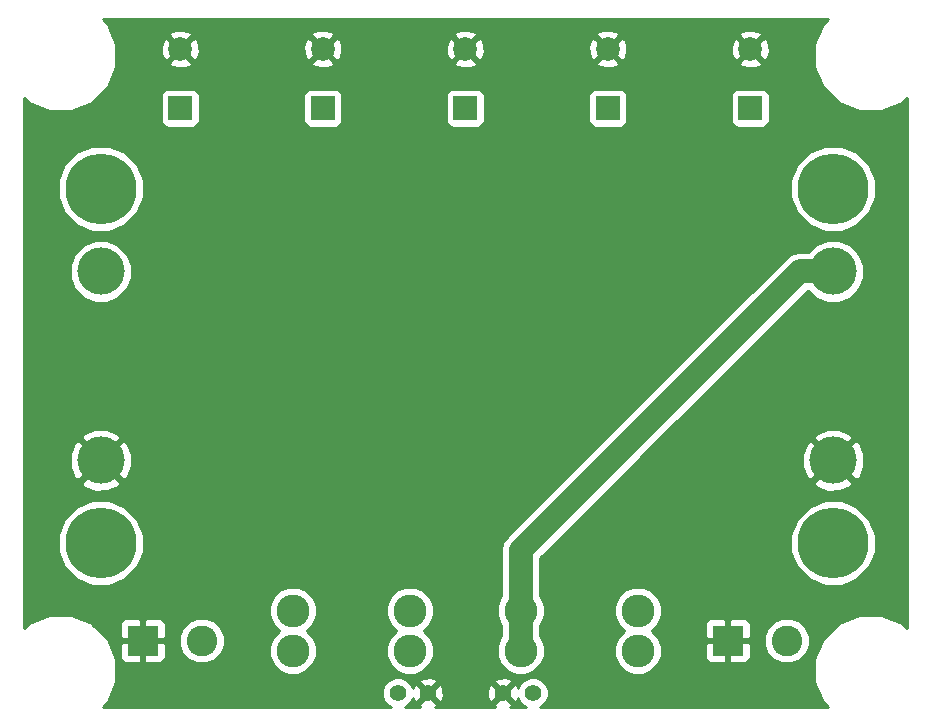
<source format=gbl>
G04 #@! TF.GenerationSoftware,KiCad,Pcbnew,5.0.2+dfsg1-1*
G04 #@! TF.CreationDate,2021-08-07T23:33:46+09:00*
G04 #@! TF.ProjectId,juice-plus,6a756963-652d-4706-9c75-732e6b696361,rev?*
G04 #@! TF.SameCoordinates,Original*
G04 #@! TF.FileFunction,Copper,L2,Bot*
G04 #@! TF.FilePolarity,Positive*
%FSLAX46Y46*%
G04 Gerber Fmt 4.6, Leading zero omitted, Abs format (unit mm)*
G04 Created by KiCad (PCBNEW 5.0.2+dfsg1-1) date Sat 07 Aug 2021 11:33:46 PM JST*
%MOMM*%
%LPD*%
G01*
G04 APERTURE LIST*
G04 #@! TA.AperFunction,ComponentPad*
%ADD10C,2.780000*%
G04 #@! TD*
G04 #@! TA.AperFunction,ComponentPad*
%ADD11C,1.400000*%
G04 #@! TD*
G04 #@! TA.AperFunction,ComponentPad*
%ADD12R,2.600000X2.600000*%
G04 #@! TD*
G04 #@! TA.AperFunction,ComponentPad*
%ADD13C,2.600000*%
G04 #@! TD*
G04 #@! TA.AperFunction,ComponentPad*
%ADD14R,2.000000X2.000000*%
G04 #@! TD*
G04 #@! TA.AperFunction,ComponentPad*
%ADD15C,2.000000*%
G04 #@! TD*
G04 #@! TA.AperFunction,ComponentPad*
%ADD16C,6.000000*%
G04 #@! TD*
G04 #@! TA.AperFunction,ComponentPad*
%ADD17C,4.000000*%
G04 #@! TD*
G04 #@! TA.AperFunction,ViaPad*
%ADD18C,0.800000*%
G04 #@! TD*
G04 #@! TA.AperFunction,Conductor*
%ADD19C,2.000000*%
G04 #@! TD*
G04 #@! TA.AperFunction,Conductor*
%ADD20C,0.254000*%
G04 #@! TD*
G04 APERTURE END LIST*
D10*
G04 #@! TO.P,F1,1*
G04 #@! TO.N,+24V*
X81040000Y-147545000D03*
X81040000Y-144145000D03*
G04 #@! TO.P,F1,2*
G04 #@! TO.N,Net-(F1-Pad2)*
X71120000Y-147545000D03*
X71120000Y-144145000D03*
G04 #@! TD*
G04 #@! TO.P,F2,2*
G04 #@! TO.N,Net-(F2-Pad2)*
X90410000Y-144145000D03*
X90410000Y-147545000D03*
G04 #@! TO.P,F2,1*
G04 #@! TO.N,Net-(C10-Pad1)*
X100330000Y-144145000D03*
X100330000Y-147545000D03*
G04 #@! TD*
D11*
G04 #@! TO.P,TP1,1*
G04 #@! TO.N,GND*
X82550000Y-151130000D03*
G04 #@! TO.P,TP1,2*
G04 #@! TO.N,+24V*
X80010000Y-151130000D03*
G04 #@! TD*
G04 #@! TO.P,TP2,2*
G04 #@! TO.N,Net-(C10-Pad1)*
X91440000Y-151130000D03*
G04 #@! TO.P,TP2,1*
G04 #@! TO.N,GND*
X88900000Y-151130000D03*
G04 #@! TD*
D12*
G04 #@! TO.P,J1,1*
G04 #@! TO.N,GND*
X58420000Y-146685000D03*
D13*
G04 #@! TO.P,J1,2*
G04 #@! TO.N,Net-(F1-Pad2)*
X63420000Y-146685000D03*
G04 #@! TD*
D14*
G04 #@! TO.P,C1,1*
G04 #@! TO.N,+24V*
X61595000Y-101600000D03*
D15*
G04 #@! TO.P,C1,2*
G04 #@! TO.N,GND*
X61595000Y-96600000D03*
G04 #@! TD*
D12*
G04 #@! TO.P,J2,1*
G04 #@! TO.N,GND*
X107950000Y-146685000D03*
D13*
G04 #@! TO.P,J2,2*
G04 #@! TO.N,Net-(C10-Pad1)*
X112950000Y-146685000D03*
G04 #@! TD*
D16*
G04 #@! TO.P,U1,*
G04 #@! TO.N,*
X54864000Y-138430000D03*
X54864000Y-108430000D03*
X116864000Y-138430000D03*
X116864000Y-108430000D03*
D17*
G04 #@! TO.P,U1,1*
G04 #@! TO.N,GND*
X54864000Y-131430000D03*
G04 #@! TO.P,U1,2*
G04 #@! TO.N,+24V*
X54864000Y-115430000D03*
G04 #@! TO.P,U1,3*
G04 #@! TO.N,GND*
X116864000Y-131430000D03*
G04 #@! TO.P,U1,4*
G04 #@! TO.N,Net-(F2-Pad2)*
X116864000Y-115430000D03*
G04 #@! TD*
D15*
G04 #@! TO.P,C5,2*
G04 #@! TO.N,GND*
X97790000Y-96600000D03*
D14*
G04 #@! TO.P,C5,1*
G04 #@! TO.N,Net-(C10-Pad1)*
X97790000Y-101600000D03*
G04 #@! TD*
G04 #@! TO.P,C6,1*
G04 #@! TO.N,Net-(C10-Pad1)*
X85725000Y-101600000D03*
D15*
G04 #@! TO.P,C6,2*
G04 #@! TO.N,GND*
X85725000Y-96600000D03*
G04 #@! TD*
G04 #@! TO.P,C2,2*
G04 #@! TO.N,GND*
X73660000Y-96600000D03*
D14*
G04 #@! TO.P,C2,1*
G04 #@! TO.N,+24V*
X73660000Y-101600000D03*
G04 #@! TD*
G04 #@! TO.P,C7,1*
G04 #@! TO.N,Net-(C10-Pad1)*
X109855000Y-101600000D03*
D15*
G04 #@! TO.P,C7,2*
G04 #@! TO.N,GND*
X109855000Y-96600000D03*
G04 #@! TD*
D18*
G04 #@! TO.N,GND*
X53975000Y-125730000D03*
X53975000Y-121285000D03*
X98425000Y-134620000D03*
X102870000Y-134620000D03*
X107315000Y-134620000D03*
X48895000Y-143510000D03*
X48895000Y-138430000D03*
X48895000Y-133350000D03*
X48895000Y-128270000D03*
X48895000Y-123190000D03*
X48895000Y-118110000D03*
X48895000Y-113030000D03*
X48895000Y-107950000D03*
X48895000Y-102870000D03*
X122555000Y-102870000D03*
X122555000Y-107950000D03*
X122555000Y-113030000D03*
X122555000Y-118110000D03*
X122555000Y-123190000D03*
X122555000Y-128270000D03*
X122555000Y-133350000D03*
X122555000Y-138430000D03*
X122555000Y-143510000D03*
G04 #@! TD*
D19*
G04 #@! TO.N,Net-(F2-Pad2)*
X114035573Y-115430000D02*
X90410000Y-139055573D01*
X90410000Y-141954244D02*
X90410000Y-143920000D01*
X90410000Y-139055573D02*
X90410000Y-141954244D01*
X116864000Y-115430000D02*
X114035573Y-115430000D01*
X90410000Y-143920000D02*
X90410000Y-147320000D01*
G04 #@! TD*
D20*
G04 #@! TO.N,GND*
G36*
X116007643Y-94477370D02*
X115288000Y-96214741D01*
X115288000Y-98095259D01*
X116007643Y-99832630D01*
X117337370Y-101162357D01*
X119074741Y-101882000D01*
X120955259Y-101882000D01*
X122692630Y-101162357D01*
X123115000Y-100739987D01*
X123115001Y-145640014D01*
X122692630Y-145217643D01*
X120955259Y-144498000D01*
X119074741Y-144498000D01*
X117337370Y-145217643D01*
X116007643Y-146547370D01*
X115288000Y-148284741D01*
X115288000Y-150165259D01*
X116007643Y-151902630D01*
X116430013Y-152325000D01*
X92043537Y-152325000D01*
X92196217Y-152261758D01*
X92571758Y-151886217D01*
X92775000Y-151395548D01*
X92775000Y-150864452D01*
X92571758Y-150373783D01*
X92196217Y-149998242D01*
X91705548Y-149795000D01*
X91174452Y-149795000D01*
X90683783Y-149998242D01*
X90308242Y-150373783D01*
X90176721Y-150691302D01*
X90071042Y-150436169D01*
X89835275Y-150374331D01*
X89079605Y-151130000D01*
X89835275Y-151885669D01*
X90071042Y-151823831D01*
X90168153Y-151548013D01*
X90308242Y-151886217D01*
X90683783Y-152261758D01*
X90836463Y-152325000D01*
X89535991Y-152325000D01*
X89593831Y-152301042D01*
X89655669Y-152065275D01*
X88900000Y-151309605D01*
X88144331Y-152065275D01*
X88206169Y-152301042D01*
X88274215Y-152325000D01*
X83185991Y-152325000D01*
X83243831Y-152301042D01*
X83305669Y-152065275D01*
X82550000Y-151309605D01*
X81794331Y-152065275D01*
X81856169Y-152301042D01*
X81924215Y-152325000D01*
X80613537Y-152325000D01*
X80766217Y-152261758D01*
X81141758Y-151886217D01*
X81273279Y-151568698D01*
X81378958Y-151823831D01*
X81614725Y-151885669D01*
X82370395Y-151130000D01*
X82729605Y-151130000D01*
X83485275Y-151885669D01*
X83721042Y-151823831D01*
X83897419Y-151322878D01*
X83876503Y-150937122D01*
X87552581Y-150937122D01*
X87581336Y-151467440D01*
X87728958Y-151823831D01*
X87964725Y-151885669D01*
X88720395Y-151130000D01*
X87964725Y-150374331D01*
X87728958Y-150436169D01*
X87552581Y-150937122D01*
X83876503Y-150937122D01*
X83868664Y-150792560D01*
X83721042Y-150436169D01*
X83485275Y-150374331D01*
X82729605Y-151130000D01*
X82370395Y-151130000D01*
X81614725Y-150374331D01*
X81378958Y-150436169D01*
X81281847Y-150711987D01*
X81141758Y-150373783D01*
X80962700Y-150194725D01*
X81794331Y-150194725D01*
X82550000Y-150950395D01*
X83305669Y-150194725D01*
X88144331Y-150194725D01*
X88900000Y-150950395D01*
X89655669Y-150194725D01*
X89593831Y-149958958D01*
X89092878Y-149782581D01*
X88562560Y-149811336D01*
X88206169Y-149958958D01*
X88144331Y-150194725D01*
X83305669Y-150194725D01*
X83243831Y-149958958D01*
X82742878Y-149782581D01*
X82212560Y-149811336D01*
X81856169Y-149958958D01*
X81794331Y-150194725D01*
X80962700Y-150194725D01*
X80766217Y-149998242D01*
X80275548Y-149795000D01*
X79744452Y-149795000D01*
X79253783Y-149998242D01*
X78878242Y-150373783D01*
X78675000Y-150864452D01*
X78675000Y-151395548D01*
X78878242Y-151886217D01*
X79253783Y-152261758D01*
X79406463Y-152325000D01*
X55019987Y-152325000D01*
X55442357Y-151902630D01*
X56162000Y-150165259D01*
X56162000Y-148284741D01*
X55617727Y-146970750D01*
X56485000Y-146970750D01*
X56485000Y-148111310D01*
X56581673Y-148344699D01*
X56760302Y-148523327D01*
X56993691Y-148620000D01*
X58134250Y-148620000D01*
X58293000Y-148461250D01*
X58293000Y-146812000D01*
X58547000Y-146812000D01*
X58547000Y-148461250D01*
X58705750Y-148620000D01*
X59846309Y-148620000D01*
X60079698Y-148523327D01*
X60258327Y-148344699D01*
X60355000Y-148111310D01*
X60355000Y-146970750D01*
X60196250Y-146812000D01*
X58547000Y-146812000D01*
X58293000Y-146812000D01*
X56643750Y-146812000D01*
X56485000Y-146970750D01*
X55617727Y-146970750D01*
X55442357Y-146547370D01*
X54153677Y-145258690D01*
X56485000Y-145258690D01*
X56485000Y-146399250D01*
X56643750Y-146558000D01*
X58293000Y-146558000D01*
X58293000Y-144908750D01*
X58547000Y-144908750D01*
X58547000Y-146558000D01*
X60196250Y-146558000D01*
X60355000Y-146399250D01*
X60355000Y-146300105D01*
X61485000Y-146300105D01*
X61485000Y-147069895D01*
X61779586Y-147781090D01*
X62323910Y-148325414D01*
X63035105Y-148620000D01*
X63804895Y-148620000D01*
X64516090Y-148325414D01*
X65060414Y-147781090D01*
X65355000Y-147069895D01*
X65355000Y-146300105D01*
X65060414Y-145588910D01*
X64516090Y-145044586D01*
X63804895Y-144750000D01*
X63035105Y-144750000D01*
X62323910Y-145044586D01*
X61779586Y-145588910D01*
X61485000Y-146300105D01*
X60355000Y-146300105D01*
X60355000Y-145258690D01*
X60258327Y-145025301D01*
X60079698Y-144846673D01*
X59846309Y-144750000D01*
X58705750Y-144750000D01*
X58547000Y-144908750D01*
X58293000Y-144908750D01*
X58134250Y-144750000D01*
X56993691Y-144750000D01*
X56760302Y-144846673D01*
X56581673Y-145025301D01*
X56485000Y-145258690D01*
X54153677Y-145258690D01*
X54112630Y-145217643D01*
X52375259Y-144498000D01*
X50494741Y-144498000D01*
X48757370Y-145217643D01*
X48335000Y-145640013D01*
X48335000Y-143742202D01*
X69095000Y-143742202D01*
X69095000Y-144547798D01*
X69403288Y-145292070D01*
X69956218Y-145845000D01*
X69403288Y-146397930D01*
X69095000Y-147142202D01*
X69095000Y-147947798D01*
X69403288Y-148692070D01*
X69972930Y-149261712D01*
X70717202Y-149570000D01*
X71522798Y-149570000D01*
X72267070Y-149261712D01*
X72836712Y-148692070D01*
X73145000Y-147947798D01*
X73145000Y-147142202D01*
X72836712Y-146397930D01*
X72283782Y-145845000D01*
X72836712Y-145292070D01*
X73145000Y-144547798D01*
X73145000Y-143742202D01*
X79015000Y-143742202D01*
X79015000Y-144547798D01*
X79323288Y-145292070D01*
X79876218Y-145845000D01*
X79323288Y-146397930D01*
X79015000Y-147142202D01*
X79015000Y-147947798D01*
X79323288Y-148692070D01*
X79892930Y-149261712D01*
X80637202Y-149570000D01*
X81442798Y-149570000D01*
X82187070Y-149261712D01*
X82756712Y-148692070D01*
X83065000Y-147947798D01*
X83065000Y-147142202D01*
X82756712Y-146397930D01*
X82203782Y-145845000D01*
X82756712Y-145292070D01*
X83065000Y-144547798D01*
X83065000Y-143742202D01*
X88385000Y-143742202D01*
X88385000Y-144547798D01*
X88693288Y-145292070D01*
X88775000Y-145373782D01*
X88775001Y-146316217D01*
X88693288Y-146397930D01*
X88385000Y-147142202D01*
X88385000Y-147947798D01*
X88693288Y-148692070D01*
X89262930Y-149261712D01*
X90007202Y-149570000D01*
X90812798Y-149570000D01*
X91557070Y-149261712D01*
X92126712Y-148692070D01*
X92435000Y-147947798D01*
X92435000Y-147142202D01*
X92126712Y-146397930D01*
X92045000Y-146316218D01*
X92045000Y-145373782D01*
X92126712Y-145292070D01*
X92435000Y-144547798D01*
X92435000Y-143742202D01*
X98305000Y-143742202D01*
X98305000Y-144547798D01*
X98613288Y-145292070D01*
X99166218Y-145845000D01*
X98613288Y-146397930D01*
X98305000Y-147142202D01*
X98305000Y-147947798D01*
X98613288Y-148692070D01*
X99182930Y-149261712D01*
X99927202Y-149570000D01*
X100732798Y-149570000D01*
X101477070Y-149261712D01*
X102046712Y-148692070D01*
X102355000Y-147947798D01*
X102355000Y-147142202D01*
X102283983Y-146970750D01*
X106015000Y-146970750D01*
X106015000Y-148111310D01*
X106111673Y-148344699D01*
X106290302Y-148523327D01*
X106523691Y-148620000D01*
X107664250Y-148620000D01*
X107823000Y-148461250D01*
X107823000Y-146812000D01*
X108077000Y-146812000D01*
X108077000Y-148461250D01*
X108235750Y-148620000D01*
X109376309Y-148620000D01*
X109609698Y-148523327D01*
X109788327Y-148344699D01*
X109885000Y-148111310D01*
X109885000Y-146970750D01*
X109726250Y-146812000D01*
X108077000Y-146812000D01*
X107823000Y-146812000D01*
X106173750Y-146812000D01*
X106015000Y-146970750D01*
X102283983Y-146970750D01*
X102046712Y-146397930D01*
X101493782Y-145845000D01*
X102046712Y-145292070D01*
X102060538Y-145258690D01*
X106015000Y-145258690D01*
X106015000Y-146399250D01*
X106173750Y-146558000D01*
X107823000Y-146558000D01*
X107823000Y-144908750D01*
X108077000Y-144908750D01*
X108077000Y-146558000D01*
X109726250Y-146558000D01*
X109885000Y-146399250D01*
X109885000Y-146300105D01*
X111015000Y-146300105D01*
X111015000Y-147069895D01*
X111309586Y-147781090D01*
X111853910Y-148325414D01*
X112565105Y-148620000D01*
X113334895Y-148620000D01*
X114046090Y-148325414D01*
X114590414Y-147781090D01*
X114885000Y-147069895D01*
X114885000Y-146300105D01*
X114590414Y-145588910D01*
X114046090Y-145044586D01*
X113334895Y-144750000D01*
X112565105Y-144750000D01*
X111853910Y-145044586D01*
X111309586Y-145588910D01*
X111015000Y-146300105D01*
X109885000Y-146300105D01*
X109885000Y-145258690D01*
X109788327Y-145025301D01*
X109609698Y-144846673D01*
X109376309Y-144750000D01*
X108235750Y-144750000D01*
X108077000Y-144908750D01*
X107823000Y-144908750D01*
X107664250Y-144750000D01*
X106523691Y-144750000D01*
X106290302Y-144846673D01*
X106111673Y-145025301D01*
X106015000Y-145258690D01*
X102060538Y-145258690D01*
X102355000Y-144547798D01*
X102355000Y-143742202D01*
X102046712Y-142997930D01*
X101477070Y-142428288D01*
X100732798Y-142120000D01*
X99927202Y-142120000D01*
X99182930Y-142428288D01*
X98613288Y-142997930D01*
X98305000Y-143742202D01*
X92435000Y-143742202D01*
X92126712Y-142997930D01*
X92045000Y-142916218D01*
X92045000Y-139732811D01*
X94070857Y-137706954D01*
X113229000Y-137706954D01*
X113229000Y-139153046D01*
X113782396Y-140489062D01*
X114804938Y-141511604D01*
X116140954Y-142065000D01*
X117587046Y-142065000D01*
X118923062Y-141511604D01*
X119945604Y-140489062D01*
X120499000Y-139153046D01*
X120499000Y-137706954D01*
X119945604Y-136370938D01*
X118923062Y-135348396D01*
X117587046Y-134795000D01*
X116140954Y-134795000D01*
X114804938Y-135348396D01*
X113782396Y-136370938D01*
X113229000Y-137706954D01*
X94070857Y-137706954D01*
X98472789Y-133305022D01*
X115168584Y-133305022D01*
X115389353Y-133675743D01*
X116361012Y-134069119D01*
X117409247Y-134060713D01*
X118338647Y-133675743D01*
X118559416Y-133305022D01*
X116864000Y-131609605D01*
X115168584Y-133305022D01*
X98472789Y-133305022D01*
X100850799Y-130927012D01*
X114224881Y-130927012D01*
X114233287Y-131975247D01*
X114618257Y-132904647D01*
X114988978Y-133125416D01*
X116684395Y-131430000D01*
X117043605Y-131430000D01*
X118739022Y-133125416D01*
X119109743Y-132904647D01*
X119503119Y-131932988D01*
X119494713Y-130884753D01*
X119109743Y-129955353D01*
X118739022Y-129734584D01*
X117043605Y-131430000D01*
X116684395Y-131430000D01*
X114988978Y-129734584D01*
X114618257Y-129955353D01*
X114224881Y-130927012D01*
X100850799Y-130927012D01*
X102222833Y-129554978D01*
X115168584Y-129554978D01*
X116864000Y-131250395D01*
X118559416Y-129554978D01*
X118338647Y-129184257D01*
X117366988Y-128790881D01*
X116318753Y-128799287D01*
X115389353Y-129184257D01*
X115168584Y-129554978D01*
X102222833Y-129554978D01*
X114712812Y-117065000D01*
X114772547Y-117065000D01*
X115371392Y-117663845D01*
X116339866Y-118065000D01*
X117388134Y-118065000D01*
X118356608Y-117663845D01*
X119097845Y-116922608D01*
X119499000Y-115954134D01*
X119499000Y-114905866D01*
X119097845Y-113937392D01*
X118356608Y-113196155D01*
X117388134Y-112795000D01*
X116339866Y-112795000D01*
X115371392Y-113196155D01*
X114772547Y-113795000D01*
X114196604Y-113795000D01*
X114035573Y-113762969D01*
X113397627Y-113889864D01*
X113326497Y-113937392D01*
X112856804Y-114251231D01*
X112765587Y-114387747D01*
X89367750Y-137785585D01*
X89231231Y-137876804D01*
X88869864Y-138417629D01*
X88775000Y-138894542D01*
X88742969Y-139055573D01*
X88775000Y-139216603D01*
X88775001Y-141793209D01*
X88775000Y-141793214D01*
X88775000Y-142916218D01*
X88693288Y-142997930D01*
X88385000Y-143742202D01*
X83065000Y-143742202D01*
X82756712Y-142997930D01*
X82187070Y-142428288D01*
X81442798Y-142120000D01*
X80637202Y-142120000D01*
X79892930Y-142428288D01*
X79323288Y-142997930D01*
X79015000Y-143742202D01*
X73145000Y-143742202D01*
X72836712Y-142997930D01*
X72267070Y-142428288D01*
X71522798Y-142120000D01*
X70717202Y-142120000D01*
X69972930Y-142428288D01*
X69403288Y-142997930D01*
X69095000Y-143742202D01*
X48335000Y-143742202D01*
X48335000Y-137706954D01*
X51229000Y-137706954D01*
X51229000Y-139153046D01*
X51782396Y-140489062D01*
X52804938Y-141511604D01*
X54140954Y-142065000D01*
X55587046Y-142065000D01*
X56923062Y-141511604D01*
X57945604Y-140489062D01*
X58499000Y-139153046D01*
X58499000Y-137706954D01*
X57945604Y-136370938D01*
X56923062Y-135348396D01*
X55587046Y-134795000D01*
X54140954Y-134795000D01*
X52804938Y-135348396D01*
X51782396Y-136370938D01*
X51229000Y-137706954D01*
X48335000Y-137706954D01*
X48335000Y-133305022D01*
X53168584Y-133305022D01*
X53389353Y-133675743D01*
X54361012Y-134069119D01*
X55409247Y-134060713D01*
X56338647Y-133675743D01*
X56559416Y-133305022D01*
X54864000Y-131609605D01*
X53168584Y-133305022D01*
X48335000Y-133305022D01*
X48335000Y-130927012D01*
X52224881Y-130927012D01*
X52233287Y-131975247D01*
X52618257Y-132904647D01*
X52988978Y-133125416D01*
X54684395Y-131430000D01*
X55043605Y-131430000D01*
X56739022Y-133125416D01*
X57109743Y-132904647D01*
X57503119Y-131932988D01*
X57494713Y-130884753D01*
X57109743Y-129955353D01*
X56739022Y-129734584D01*
X55043605Y-131430000D01*
X54684395Y-131430000D01*
X52988978Y-129734584D01*
X52618257Y-129955353D01*
X52224881Y-130927012D01*
X48335000Y-130927012D01*
X48335000Y-129554978D01*
X53168584Y-129554978D01*
X54864000Y-131250395D01*
X56559416Y-129554978D01*
X56338647Y-129184257D01*
X55366988Y-128790881D01*
X54318753Y-128799287D01*
X53389353Y-129184257D01*
X53168584Y-129554978D01*
X48335000Y-129554978D01*
X48335000Y-114905866D01*
X52229000Y-114905866D01*
X52229000Y-115954134D01*
X52630155Y-116922608D01*
X53371392Y-117663845D01*
X54339866Y-118065000D01*
X55388134Y-118065000D01*
X56356608Y-117663845D01*
X57097845Y-116922608D01*
X57499000Y-115954134D01*
X57499000Y-114905866D01*
X57097845Y-113937392D01*
X56356608Y-113196155D01*
X55388134Y-112795000D01*
X54339866Y-112795000D01*
X53371392Y-113196155D01*
X52630155Y-113937392D01*
X52229000Y-114905866D01*
X48335000Y-114905866D01*
X48335000Y-107706954D01*
X51229000Y-107706954D01*
X51229000Y-109153046D01*
X51782396Y-110489062D01*
X52804938Y-111511604D01*
X54140954Y-112065000D01*
X55587046Y-112065000D01*
X56923062Y-111511604D01*
X57945604Y-110489062D01*
X58499000Y-109153046D01*
X58499000Y-107706954D01*
X113229000Y-107706954D01*
X113229000Y-109153046D01*
X113782396Y-110489062D01*
X114804938Y-111511604D01*
X116140954Y-112065000D01*
X117587046Y-112065000D01*
X118923062Y-111511604D01*
X119945604Y-110489062D01*
X120499000Y-109153046D01*
X120499000Y-107706954D01*
X119945604Y-106370938D01*
X118923062Y-105348396D01*
X117587046Y-104795000D01*
X116140954Y-104795000D01*
X114804938Y-105348396D01*
X113782396Y-106370938D01*
X113229000Y-107706954D01*
X58499000Y-107706954D01*
X57945604Y-106370938D01*
X56923062Y-105348396D01*
X55587046Y-104795000D01*
X54140954Y-104795000D01*
X52804938Y-105348396D01*
X51782396Y-106370938D01*
X51229000Y-107706954D01*
X48335000Y-107706954D01*
X48335000Y-100739987D01*
X48757370Y-101162357D01*
X50494741Y-101882000D01*
X52375259Y-101882000D01*
X54112630Y-101162357D01*
X54674987Y-100600000D01*
X59947560Y-100600000D01*
X59947560Y-102600000D01*
X59996843Y-102847765D01*
X60137191Y-103057809D01*
X60347235Y-103198157D01*
X60595000Y-103247440D01*
X62595000Y-103247440D01*
X62842765Y-103198157D01*
X63052809Y-103057809D01*
X63193157Y-102847765D01*
X63242440Y-102600000D01*
X63242440Y-100600000D01*
X72012560Y-100600000D01*
X72012560Y-102600000D01*
X72061843Y-102847765D01*
X72202191Y-103057809D01*
X72412235Y-103198157D01*
X72660000Y-103247440D01*
X74660000Y-103247440D01*
X74907765Y-103198157D01*
X75117809Y-103057809D01*
X75258157Y-102847765D01*
X75307440Y-102600000D01*
X75307440Y-100600000D01*
X84077560Y-100600000D01*
X84077560Y-102600000D01*
X84126843Y-102847765D01*
X84267191Y-103057809D01*
X84477235Y-103198157D01*
X84725000Y-103247440D01*
X86725000Y-103247440D01*
X86972765Y-103198157D01*
X87182809Y-103057809D01*
X87323157Y-102847765D01*
X87372440Y-102600000D01*
X87372440Y-100600000D01*
X96142560Y-100600000D01*
X96142560Y-102600000D01*
X96191843Y-102847765D01*
X96332191Y-103057809D01*
X96542235Y-103198157D01*
X96790000Y-103247440D01*
X98790000Y-103247440D01*
X99037765Y-103198157D01*
X99247809Y-103057809D01*
X99388157Y-102847765D01*
X99437440Y-102600000D01*
X99437440Y-100600000D01*
X108207560Y-100600000D01*
X108207560Y-102600000D01*
X108256843Y-102847765D01*
X108397191Y-103057809D01*
X108607235Y-103198157D01*
X108855000Y-103247440D01*
X110855000Y-103247440D01*
X111102765Y-103198157D01*
X111312809Y-103057809D01*
X111453157Y-102847765D01*
X111502440Y-102600000D01*
X111502440Y-100600000D01*
X111453157Y-100352235D01*
X111312809Y-100142191D01*
X111102765Y-100001843D01*
X110855000Y-99952560D01*
X108855000Y-99952560D01*
X108607235Y-100001843D01*
X108397191Y-100142191D01*
X108256843Y-100352235D01*
X108207560Y-100600000D01*
X99437440Y-100600000D01*
X99388157Y-100352235D01*
X99247809Y-100142191D01*
X99037765Y-100001843D01*
X98790000Y-99952560D01*
X96790000Y-99952560D01*
X96542235Y-100001843D01*
X96332191Y-100142191D01*
X96191843Y-100352235D01*
X96142560Y-100600000D01*
X87372440Y-100600000D01*
X87323157Y-100352235D01*
X87182809Y-100142191D01*
X86972765Y-100001843D01*
X86725000Y-99952560D01*
X84725000Y-99952560D01*
X84477235Y-100001843D01*
X84267191Y-100142191D01*
X84126843Y-100352235D01*
X84077560Y-100600000D01*
X75307440Y-100600000D01*
X75258157Y-100352235D01*
X75117809Y-100142191D01*
X74907765Y-100001843D01*
X74660000Y-99952560D01*
X72660000Y-99952560D01*
X72412235Y-100001843D01*
X72202191Y-100142191D01*
X72061843Y-100352235D01*
X72012560Y-100600000D01*
X63242440Y-100600000D01*
X63193157Y-100352235D01*
X63052809Y-100142191D01*
X62842765Y-100001843D01*
X62595000Y-99952560D01*
X60595000Y-99952560D01*
X60347235Y-100001843D01*
X60137191Y-100142191D01*
X59996843Y-100352235D01*
X59947560Y-100600000D01*
X54674987Y-100600000D01*
X55442357Y-99832630D01*
X56162000Y-98095259D01*
X56162000Y-97752532D01*
X60622073Y-97752532D01*
X60720736Y-98019387D01*
X61330461Y-98245908D01*
X61980460Y-98221856D01*
X62469264Y-98019387D01*
X62567927Y-97752532D01*
X72687073Y-97752532D01*
X72785736Y-98019387D01*
X73395461Y-98245908D01*
X74045460Y-98221856D01*
X74534264Y-98019387D01*
X74632927Y-97752532D01*
X84752073Y-97752532D01*
X84850736Y-98019387D01*
X85460461Y-98245908D01*
X86110460Y-98221856D01*
X86599264Y-98019387D01*
X86697927Y-97752532D01*
X96817073Y-97752532D01*
X96915736Y-98019387D01*
X97525461Y-98245908D01*
X98175460Y-98221856D01*
X98664264Y-98019387D01*
X98762927Y-97752532D01*
X108882073Y-97752532D01*
X108980736Y-98019387D01*
X109590461Y-98245908D01*
X110240460Y-98221856D01*
X110729264Y-98019387D01*
X110827927Y-97752532D01*
X109855000Y-96779605D01*
X108882073Y-97752532D01*
X98762927Y-97752532D01*
X97790000Y-96779605D01*
X96817073Y-97752532D01*
X86697927Y-97752532D01*
X85725000Y-96779605D01*
X84752073Y-97752532D01*
X74632927Y-97752532D01*
X73660000Y-96779605D01*
X72687073Y-97752532D01*
X62567927Y-97752532D01*
X61595000Y-96779605D01*
X60622073Y-97752532D01*
X56162000Y-97752532D01*
X56162000Y-96335461D01*
X59949092Y-96335461D01*
X59973144Y-96985460D01*
X60175613Y-97474264D01*
X60442468Y-97572927D01*
X61415395Y-96600000D01*
X61774605Y-96600000D01*
X62747532Y-97572927D01*
X63014387Y-97474264D01*
X63240908Y-96864539D01*
X63221331Y-96335461D01*
X72014092Y-96335461D01*
X72038144Y-96985460D01*
X72240613Y-97474264D01*
X72507468Y-97572927D01*
X73480395Y-96600000D01*
X73839605Y-96600000D01*
X74812532Y-97572927D01*
X75079387Y-97474264D01*
X75305908Y-96864539D01*
X75286331Y-96335461D01*
X84079092Y-96335461D01*
X84103144Y-96985460D01*
X84305613Y-97474264D01*
X84572468Y-97572927D01*
X85545395Y-96600000D01*
X85904605Y-96600000D01*
X86877532Y-97572927D01*
X87144387Y-97474264D01*
X87370908Y-96864539D01*
X87351331Y-96335461D01*
X96144092Y-96335461D01*
X96168144Y-96985460D01*
X96370613Y-97474264D01*
X96637468Y-97572927D01*
X97610395Y-96600000D01*
X97969605Y-96600000D01*
X98942532Y-97572927D01*
X99209387Y-97474264D01*
X99435908Y-96864539D01*
X99416331Y-96335461D01*
X108209092Y-96335461D01*
X108233144Y-96985460D01*
X108435613Y-97474264D01*
X108702468Y-97572927D01*
X109675395Y-96600000D01*
X110034605Y-96600000D01*
X111007532Y-97572927D01*
X111274387Y-97474264D01*
X111500908Y-96864539D01*
X111476856Y-96214540D01*
X111274387Y-95725736D01*
X111007532Y-95627073D01*
X110034605Y-96600000D01*
X109675395Y-96600000D01*
X108702468Y-95627073D01*
X108435613Y-95725736D01*
X108209092Y-96335461D01*
X99416331Y-96335461D01*
X99411856Y-96214540D01*
X99209387Y-95725736D01*
X98942532Y-95627073D01*
X97969605Y-96600000D01*
X97610395Y-96600000D01*
X96637468Y-95627073D01*
X96370613Y-95725736D01*
X96144092Y-96335461D01*
X87351331Y-96335461D01*
X87346856Y-96214540D01*
X87144387Y-95725736D01*
X86877532Y-95627073D01*
X85904605Y-96600000D01*
X85545395Y-96600000D01*
X84572468Y-95627073D01*
X84305613Y-95725736D01*
X84079092Y-96335461D01*
X75286331Y-96335461D01*
X75281856Y-96214540D01*
X75079387Y-95725736D01*
X74812532Y-95627073D01*
X73839605Y-96600000D01*
X73480395Y-96600000D01*
X72507468Y-95627073D01*
X72240613Y-95725736D01*
X72014092Y-96335461D01*
X63221331Y-96335461D01*
X63216856Y-96214540D01*
X63014387Y-95725736D01*
X62747532Y-95627073D01*
X61774605Y-96600000D01*
X61415395Y-96600000D01*
X60442468Y-95627073D01*
X60175613Y-95725736D01*
X59949092Y-96335461D01*
X56162000Y-96335461D01*
X56162000Y-96214741D01*
X55844185Y-95447468D01*
X60622073Y-95447468D01*
X61595000Y-96420395D01*
X62567927Y-95447468D01*
X72687073Y-95447468D01*
X73660000Y-96420395D01*
X74632927Y-95447468D01*
X84752073Y-95447468D01*
X85725000Y-96420395D01*
X86697927Y-95447468D01*
X96817073Y-95447468D01*
X97790000Y-96420395D01*
X98762927Y-95447468D01*
X108882073Y-95447468D01*
X109855000Y-96420395D01*
X110827927Y-95447468D01*
X110729264Y-95180613D01*
X110119539Y-94954092D01*
X109469540Y-94978144D01*
X108980736Y-95180613D01*
X108882073Y-95447468D01*
X98762927Y-95447468D01*
X98664264Y-95180613D01*
X98054539Y-94954092D01*
X97404540Y-94978144D01*
X96915736Y-95180613D01*
X96817073Y-95447468D01*
X86697927Y-95447468D01*
X86599264Y-95180613D01*
X85989539Y-94954092D01*
X85339540Y-94978144D01*
X84850736Y-95180613D01*
X84752073Y-95447468D01*
X74632927Y-95447468D01*
X74534264Y-95180613D01*
X73924539Y-94954092D01*
X73274540Y-94978144D01*
X72785736Y-95180613D01*
X72687073Y-95447468D01*
X62567927Y-95447468D01*
X62469264Y-95180613D01*
X61859539Y-94954092D01*
X61209540Y-94978144D01*
X60720736Y-95180613D01*
X60622073Y-95447468D01*
X55844185Y-95447468D01*
X55442357Y-94477370D01*
X55019987Y-94055000D01*
X116430013Y-94055000D01*
X116007643Y-94477370D01*
X116007643Y-94477370D01*
G37*
X116007643Y-94477370D02*
X115288000Y-96214741D01*
X115288000Y-98095259D01*
X116007643Y-99832630D01*
X117337370Y-101162357D01*
X119074741Y-101882000D01*
X120955259Y-101882000D01*
X122692630Y-101162357D01*
X123115000Y-100739987D01*
X123115001Y-145640014D01*
X122692630Y-145217643D01*
X120955259Y-144498000D01*
X119074741Y-144498000D01*
X117337370Y-145217643D01*
X116007643Y-146547370D01*
X115288000Y-148284741D01*
X115288000Y-150165259D01*
X116007643Y-151902630D01*
X116430013Y-152325000D01*
X92043537Y-152325000D01*
X92196217Y-152261758D01*
X92571758Y-151886217D01*
X92775000Y-151395548D01*
X92775000Y-150864452D01*
X92571758Y-150373783D01*
X92196217Y-149998242D01*
X91705548Y-149795000D01*
X91174452Y-149795000D01*
X90683783Y-149998242D01*
X90308242Y-150373783D01*
X90176721Y-150691302D01*
X90071042Y-150436169D01*
X89835275Y-150374331D01*
X89079605Y-151130000D01*
X89835275Y-151885669D01*
X90071042Y-151823831D01*
X90168153Y-151548013D01*
X90308242Y-151886217D01*
X90683783Y-152261758D01*
X90836463Y-152325000D01*
X89535991Y-152325000D01*
X89593831Y-152301042D01*
X89655669Y-152065275D01*
X88900000Y-151309605D01*
X88144331Y-152065275D01*
X88206169Y-152301042D01*
X88274215Y-152325000D01*
X83185991Y-152325000D01*
X83243831Y-152301042D01*
X83305669Y-152065275D01*
X82550000Y-151309605D01*
X81794331Y-152065275D01*
X81856169Y-152301042D01*
X81924215Y-152325000D01*
X80613537Y-152325000D01*
X80766217Y-152261758D01*
X81141758Y-151886217D01*
X81273279Y-151568698D01*
X81378958Y-151823831D01*
X81614725Y-151885669D01*
X82370395Y-151130000D01*
X82729605Y-151130000D01*
X83485275Y-151885669D01*
X83721042Y-151823831D01*
X83897419Y-151322878D01*
X83876503Y-150937122D01*
X87552581Y-150937122D01*
X87581336Y-151467440D01*
X87728958Y-151823831D01*
X87964725Y-151885669D01*
X88720395Y-151130000D01*
X87964725Y-150374331D01*
X87728958Y-150436169D01*
X87552581Y-150937122D01*
X83876503Y-150937122D01*
X83868664Y-150792560D01*
X83721042Y-150436169D01*
X83485275Y-150374331D01*
X82729605Y-151130000D01*
X82370395Y-151130000D01*
X81614725Y-150374331D01*
X81378958Y-150436169D01*
X81281847Y-150711987D01*
X81141758Y-150373783D01*
X80962700Y-150194725D01*
X81794331Y-150194725D01*
X82550000Y-150950395D01*
X83305669Y-150194725D01*
X88144331Y-150194725D01*
X88900000Y-150950395D01*
X89655669Y-150194725D01*
X89593831Y-149958958D01*
X89092878Y-149782581D01*
X88562560Y-149811336D01*
X88206169Y-149958958D01*
X88144331Y-150194725D01*
X83305669Y-150194725D01*
X83243831Y-149958958D01*
X82742878Y-149782581D01*
X82212560Y-149811336D01*
X81856169Y-149958958D01*
X81794331Y-150194725D01*
X80962700Y-150194725D01*
X80766217Y-149998242D01*
X80275548Y-149795000D01*
X79744452Y-149795000D01*
X79253783Y-149998242D01*
X78878242Y-150373783D01*
X78675000Y-150864452D01*
X78675000Y-151395548D01*
X78878242Y-151886217D01*
X79253783Y-152261758D01*
X79406463Y-152325000D01*
X55019987Y-152325000D01*
X55442357Y-151902630D01*
X56162000Y-150165259D01*
X56162000Y-148284741D01*
X55617727Y-146970750D01*
X56485000Y-146970750D01*
X56485000Y-148111310D01*
X56581673Y-148344699D01*
X56760302Y-148523327D01*
X56993691Y-148620000D01*
X58134250Y-148620000D01*
X58293000Y-148461250D01*
X58293000Y-146812000D01*
X58547000Y-146812000D01*
X58547000Y-148461250D01*
X58705750Y-148620000D01*
X59846309Y-148620000D01*
X60079698Y-148523327D01*
X60258327Y-148344699D01*
X60355000Y-148111310D01*
X60355000Y-146970750D01*
X60196250Y-146812000D01*
X58547000Y-146812000D01*
X58293000Y-146812000D01*
X56643750Y-146812000D01*
X56485000Y-146970750D01*
X55617727Y-146970750D01*
X55442357Y-146547370D01*
X54153677Y-145258690D01*
X56485000Y-145258690D01*
X56485000Y-146399250D01*
X56643750Y-146558000D01*
X58293000Y-146558000D01*
X58293000Y-144908750D01*
X58547000Y-144908750D01*
X58547000Y-146558000D01*
X60196250Y-146558000D01*
X60355000Y-146399250D01*
X60355000Y-146300105D01*
X61485000Y-146300105D01*
X61485000Y-147069895D01*
X61779586Y-147781090D01*
X62323910Y-148325414D01*
X63035105Y-148620000D01*
X63804895Y-148620000D01*
X64516090Y-148325414D01*
X65060414Y-147781090D01*
X65355000Y-147069895D01*
X65355000Y-146300105D01*
X65060414Y-145588910D01*
X64516090Y-145044586D01*
X63804895Y-144750000D01*
X63035105Y-144750000D01*
X62323910Y-145044586D01*
X61779586Y-145588910D01*
X61485000Y-146300105D01*
X60355000Y-146300105D01*
X60355000Y-145258690D01*
X60258327Y-145025301D01*
X60079698Y-144846673D01*
X59846309Y-144750000D01*
X58705750Y-144750000D01*
X58547000Y-144908750D01*
X58293000Y-144908750D01*
X58134250Y-144750000D01*
X56993691Y-144750000D01*
X56760302Y-144846673D01*
X56581673Y-145025301D01*
X56485000Y-145258690D01*
X54153677Y-145258690D01*
X54112630Y-145217643D01*
X52375259Y-144498000D01*
X50494741Y-144498000D01*
X48757370Y-145217643D01*
X48335000Y-145640013D01*
X48335000Y-143742202D01*
X69095000Y-143742202D01*
X69095000Y-144547798D01*
X69403288Y-145292070D01*
X69956218Y-145845000D01*
X69403288Y-146397930D01*
X69095000Y-147142202D01*
X69095000Y-147947798D01*
X69403288Y-148692070D01*
X69972930Y-149261712D01*
X70717202Y-149570000D01*
X71522798Y-149570000D01*
X72267070Y-149261712D01*
X72836712Y-148692070D01*
X73145000Y-147947798D01*
X73145000Y-147142202D01*
X72836712Y-146397930D01*
X72283782Y-145845000D01*
X72836712Y-145292070D01*
X73145000Y-144547798D01*
X73145000Y-143742202D01*
X79015000Y-143742202D01*
X79015000Y-144547798D01*
X79323288Y-145292070D01*
X79876218Y-145845000D01*
X79323288Y-146397930D01*
X79015000Y-147142202D01*
X79015000Y-147947798D01*
X79323288Y-148692070D01*
X79892930Y-149261712D01*
X80637202Y-149570000D01*
X81442798Y-149570000D01*
X82187070Y-149261712D01*
X82756712Y-148692070D01*
X83065000Y-147947798D01*
X83065000Y-147142202D01*
X82756712Y-146397930D01*
X82203782Y-145845000D01*
X82756712Y-145292070D01*
X83065000Y-144547798D01*
X83065000Y-143742202D01*
X88385000Y-143742202D01*
X88385000Y-144547798D01*
X88693288Y-145292070D01*
X88775000Y-145373782D01*
X88775001Y-146316217D01*
X88693288Y-146397930D01*
X88385000Y-147142202D01*
X88385000Y-147947798D01*
X88693288Y-148692070D01*
X89262930Y-149261712D01*
X90007202Y-149570000D01*
X90812798Y-149570000D01*
X91557070Y-149261712D01*
X92126712Y-148692070D01*
X92435000Y-147947798D01*
X92435000Y-147142202D01*
X92126712Y-146397930D01*
X92045000Y-146316218D01*
X92045000Y-145373782D01*
X92126712Y-145292070D01*
X92435000Y-144547798D01*
X92435000Y-143742202D01*
X98305000Y-143742202D01*
X98305000Y-144547798D01*
X98613288Y-145292070D01*
X99166218Y-145845000D01*
X98613288Y-146397930D01*
X98305000Y-147142202D01*
X98305000Y-147947798D01*
X98613288Y-148692070D01*
X99182930Y-149261712D01*
X99927202Y-149570000D01*
X100732798Y-149570000D01*
X101477070Y-149261712D01*
X102046712Y-148692070D01*
X102355000Y-147947798D01*
X102355000Y-147142202D01*
X102283983Y-146970750D01*
X106015000Y-146970750D01*
X106015000Y-148111310D01*
X106111673Y-148344699D01*
X106290302Y-148523327D01*
X106523691Y-148620000D01*
X107664250Y-148620000D01*
X107823000Y-148461250D01*
X107823000Y-146812000D01*
X108077000Y-146812000D01*
X108077000Y-148461250D01*
X108235750Y-148620000D01*
X109376309Y-148620000D01*
X109609698Y-148523327D01*
X109788327Y-148344699D01*
X109885000Y-148111310D01*
X109885000Y-146970750D01*
X109726250Y-146812000D01*
X108077000Y-146812000D01*
X107823000Y-146812000D01*
X106173750Y-146812000D01*
X106015000Y-146970750D01*
X102283983Y-146970750D01*
X102046712Y-146397930D01*
X101493782Y-145845000D01*
X102046712Y-145292070D01*
X102060538Y-145258690D01*
X106015000Y-145258690D01*
X106015000Y-146399250D01*
X106173750Y-146558000D01*
X107823000Y-146558000D01*
X107823000Y-144908750D01*
X108077000Y-144908750D01*
X108077000Y-146558000D01*
X109726250Y-146558000D01*
X109885000Y-146399250D01*
X109885000Y-146300105D01*
X111015000Y-146300105D01*
X111015000Y-147069895D01*
X111309586Y-147781090D01*
X111853910Y-148325414D01*
X112565105Y-148620000D01*
X113334895Y-148620000D01*
X114046090Y-148325414D01*
X114590414Y-147781090D01*
X114885000Y-147069895D01*
X114885000Y-146300105D01*
X114590414Y-145588910D01*
X114046090Y-145044586D01*
X113334895Y-144750000D01*
X112565105Y-144750000D01*
X111853910Y-145044586D01*
X111309586Y-145588910D01*
X111015000Y-146300105D01*
X109885000Y-146300105D01*
X109885000Y-145258690D01*
X109788327Y-145025301D01*
X109609698Y-144846673D01*
X109376309Y-144750000D01*
X108235750Y-144750000D01*
X108077000Y-144908750D01*
X107823000Y-144908750D01*
X107664250Y-144750000D01*
X106523691Y-144750000D01*
X106290302Y-144846673D01*
X106111673Y-145025301D01*
X106015000Y-145258690D01*
X102060538Y-145258690D01*
X102355000Y-144547798D01*
X102355000Y-143742202D01*
X102046712Y-142997930D01*
X101477070Y-142428288D01*
X100732798Y-142120000D01*
X99927202Y-142120000D01*
X99182930Y-142428288D01*
X98613288Y-142997930D01*
X98305000Y-143742202D01*
X92435000Y-143742202D01*
X92126712Y-142997930D01*
X92045000Y-142916218D01*
X92045000Y-139732811D01*
X94070857Y-137706954D01*
X113229000Y-137706954D01*
X113229000Y-139153046D01*
X113782396Y-140489062D01*
X114804938Y-141511604D01*
X116140954Y-142065000D01*
X117587046Y-142065000D01*
X118923062Y-141511604D01*
X119945604Y-140489062D01*
X120499000Y-139153046D01*
X120499000Y-137706954D01*
X119945604Y-136370938D01*
X118923062Y-135348396D01*
X117587046Y-134795000D01*
X116140954Y-134795000D01*
X114804938Y-135348396D01*
X113782396Y-136370938D01*
X113229000Y-137706954D01*
X94070857Y-137706954D01*
X98472789Y-133305022D01*
X115168584Y-133305022D01*
X115389353Y-133675743D01*
X116361012Y-134069119D01*
X117409247Y-134060713D01*
X118338647Y-133675743D01*
X118559416Y-133305022D01*
X116864000Y-131609605D01*
X115168584Y-133305022D01*
X98472789Y-133305022D01*
X100850799Y-130927012D01*
X114224881Y-130927012D01*
X114233287Y-131975247D01*
X114618257Y-132904647D01*
X114988978Y-133125416D01*
X116684395Y-131430000D01*
X117043605Y-131430000D01*
X118739022Y-133125416D01*
X119109743Y-132904647D01*
X119503119Y-131932988D01*
X119494713Y-130884753D01*
X119109743Y-129955353D01*
X118739022Y-129734584D01*
X117043605Y-131430000D01*
X116684395Y-131430000D01*
X114988978Y-129734584D01*
X114618257Y-129955353D01*
X114224881Y-130927012D01*
X100850799Y-130927012D01*
X102222833Y-129554978D01*
X115168584Y-129554978D01*
X116864000Y-131250395D01*
X118559416Y-129554978D01*
X118338647Y-129184257D01*
X117366988Y-128790881D01*
X116318753Y-128799287D01*
X115389353Y-129184257D01*
X115168584Y-129554978D01*
X102222833Y-129554978D01*
X114712812Y-117065000D01*
X114772547Y-117065000D01*
X115371392Y-117663845D01*
X116339866Y-118065000D01*
X117388134Y-118065000D01*
X118356608Y-117663845D01*
X119097845Y-116922608D01*
X119499000Y-115954134D01*
X119499000Y-114905866D01*
X119097845Y-113937392D01*
X118356608Y-113196155D01*
X117388134Y-112795000D01*
X116339866Y-112795000D01*
X115371392Y-113196155D01*
X114772547Y-113795000D01*
X114196604Y-113795000D01*
X114035573Y-113762969D01*
X113397627Y-113889864D01*
X113326497Y-113937392D01*
X112856804Y-114251231D01*
X112765587Y-114387747D01*
X89367750Y-137785585D01*
X89231231Y-137876804D01*
X88869864Y-138417629D01*
X88775000Y-138894542D01*
X88742969Y-139055573D01*
X88775000Y-139216603D01*
X88775001Y-141793209D01*
X88775000Y-141793214D01*
X88775000Y-142916218D01*
X88693288Y-142997930D01*
X88385000Y-143742202D01*
X83065000Y-143742202D01*
X82756712Y-142997930D01*
X82187070Y-142428288D01*
X81442798Y-142120000D01*
X80637202Y-142120000D01*
X79892930Y-142428288D01*
X79323288Y-142997930D01*
X79015000Y-143742202D01*
X73145000Y-143742202D01*
X72836712Y-142997930D01*
X72267070Y-142428288D01*
X71522798Y-142120000D01*
X70717202Y-142120000D01*
X69972930Y-142428288D01*
X69403288Y-142997930D01*
X69095000Y-143742202D01*
X48335000Y-143742202D01*
X48335000Y-137706954D01*
X51229000Y-137706954D01*
X51229000Y-139153046D01*
X51782396Y-140489062D01*
X52804938Y-141511604D01*
X54140954Y-142065000D01*
X55587046Y-142065000D01*
X56923062Y-141511604D01*
X57945604Y-140489062D01*
X58499000Y-139153046D01*
X58499000Y-137706954D01*
X57945604Y-136370938D01*
X56923062Y-135348396D01*
X55587046Y-134795000D01*
X54140954Y-134795000D01*
X52804938Y-135348396D01*
X51782396Y-136370938D01*
X51229000Y-137706954D01*
X48335000Y-137706954D01*
X48335000Y-133305022D01*
X53168584Y-133305022D01*
X53389353Y-133675743D01*
X54361012Y-134069119D01*
X55409247Y-134060713D01*
X56338647Y-133675743D01*
X56559416Y-133305022D01*
X54864000Y-131609605D01*
X53168584Y-133305022D01*
X48335000Y-133305022D01*
X48335000Y-130927012D01*
X52224881Y-130927012D01*
X52233287Y-131975247D01*
X52618257Y-132904647D01*
X52988978Y-133125416D01*
X54684395Y-131430000D01*
X55043605Y-131430000D01*
X56739022Y-133125416D01*
X57109743Y-132904647D01*
X57503119Y-131932988D01*
X57494713Y-130884753D01*
X57109743Y-129955353D01*
X56739022Y-129734584D01*
X55043605Y-131430000D01*
X54684395Y-131430000D01*
X52988978Y-129734584D01*
X52618257Y-129955353D01*
X52224881Y-130927012D01*
X48335000Y-130927012D01*
X48335000Y-129554978D01*
X53168584Y-129554978D01*
X54864000Y-131250395D01*
X56559416Y-129554978D01*
X56338647Y-129184257D01*
X55366988Y-128790881D01*
X54318753Y-128799287D01*
X53389353Y-129184257D01*
X53168584Y-129554978D01*
X48335000Y-129554978D01*
X48335000Y-114905866D01*
X52229000Y-114905866D01*
X52229000Y-115954134D01*
X52630155Y-116922608D01*
X53371392Y-117663845D01*
X54339866Y-118065000D01*
X55388134Y-118065000D01*
X56356608Y-117663845D01*
X57097845Y-116922608D01*
X57499000Y-115954134D01*
X57499000Y-114905866D01*
X57097845Y-113937392D01*
X56356608Y-113196155D01*
X55388134Y-112795000D01*
X54339866Y-112795000D01*
X53371392Y-113196155D01*
X52630155Y-113937392D01*
X52229000Y-114905866D01*
X48335000Y-114905866D01*
X48335000Y-107706954D01*
X51229000Y-107706954D01*
X51229000Y-109153046D01*
X51782396Y-110489062D01*
X52804938Y-111511604D01*
X54140954Y-112065000D01*
X55587046Y-112065000D01*
X56923062Y-111511604D01*
X57945604Y-110489062D01*
X58499000Y-109153046D01*
X58499000Y-107706954D01*
X113229000Y-107706954D01*
X113229000Y-109153046D01*
X113782396Y-110489062D01*
X114804938Y-111511604D01*
X116140954Y-112065000D01*
X117587046Y-112065000D01*
X118923062Y-111511604D01*
X119945604Y-110489062D01*
X120499000Y-109153046D01*
X120499000Y-107706954D01*
X119945604Y-106370938D01*
X118923062Y-105348396D01*
X117587046Y-104795000D01*
X116140954Y-104795000D01*
X114804938Y-105348396D01*
X113782396Y-106370938D01*
X113229000Y-107706954D01*
X58499000Y-107706954D01*
X57945604Y-106370938D01*
X56923062Y-105348396D01*
X55587046Y-104795000D01*
X54140954Y-104795000D01*
X52804938Y-105348396D01*
X51782396Y-106370938D01*
X51229000Y-107706954D01*
X48335000Y-107706954D01*
X48335000Y-100739987D01*
X48757370Y-101162357D01*
X50494741Y-101882000D01*
X52375259Y-101882000D01*
X54112630Y-101162357D01*
X54674987Y-100600000D01*
X59947560Y-100600000D01*
X59947560Y-102600000D01*
X59996843Y-102847765D01*
X60137191Y-103057809D01*
X60347235Y-103198157D01*
X60595000Y-103247440D01*
X62595000Y-103247440D01*
X62842765Y-103198157D01*
X63052809Y-103057809D01*
X63193157Y-102847765D01*
X63242440Y-102600000D01*
X63242440Y-100600000D01*
X72012560Y-100600000D01*
X72012560Y-102600000D01*
X72061843Y-102847765D01*
X72202191Y-103057809D01*
X72412235Y-103198157D01*
X72660000Y-103247440D01*
X74660000Y-103247440D01*
X74907765Y-103198157D01*
X75117809Y-103057809D01*
X75258157Y-102847765D01*
X75307440Y-102600000D01*
X75307440Y-100600000D01*
X84077560Y-100600000D01*
X84077560Y-102600000D01*
X84126843Y-102847765D01*
X84267191Y-103057809D01*
X84477235Y-103198157D01*
X84725000Y-103247440D01*
X86725000Y-103247440D01*
X86972765Y-103198157D01*
X87182809Y-103057809D01*
X87323157Y-102847765D01*
X87372440Y-102600000D01*
X87372440Y-100600000D01*
X96142560Y-100600000D01*
X96142560Y-102600000D01*
X96191843Y-102847765D01*
X96332191Y-103057809D01*
X96542235Y-103198157D01*
X96790000Y-103247440D01*
X98790000Y-103247440D01*
X99037765Y-103198157D01*
X99247809Y-103057809D01*
X99388157Y-102847765D01*
X99437440Y-102600000D01*
X99437440Y-100600000D01*
X108207560Y-100600000D01*
X108207560Y-102600000D01*
X108256843Y-102847765D01*
X108397191Y-103057809D01*
X108607235Y-103198157D01*
X108855000Y-103247440D01*
X110855000Y-103247440D01*
X111102765Y-103198157D01*
X111312809Y-103057809D01*
X111453157Y-102847765D01*
X111502440Y-102600000D01*
X111502440Y-100600000D01*
X111453157Y-100352235D01*
X111312809Y-100142191D01*
X111102765Y-100001843D01*
X110855000Y-99952560D01*
X108855000Y-99952560D01*
X108607235Y-100001843D01*
X108397191Y-100142191D01*
X108256843Y-100352235D01*
X108207560Y-100600000D01*
X99437440Y-100600000D01*
X99388157Y-100352235D01*
X99247809Y-100142191D01*
X99037765Y-100001843D01*
X98790000Y-99952560D01*
X96790000Y-99952560D01*
X96542235Y-100001843D01*
X96332191Y-100142191D01*
X96191843Y-100352235D01*
X96142560Y-100600000D01*
X87372440Y-100600000D01*
X87323157Y-100352235D01*
X87182809Y-100142191D01*
X86972765Y-100001843D01*
X86725000Y-99952560D01*
X84725000Y-99952560D01*
X84477235Y-100001843D01*
X84267191Y-100142191D01*
X84126843Y-100352235D01*
X84077560Y-100600000D01*
X75307440Y-100600000D01*
X75258157Y-100352235D01*
X75117809Y-100142191D01*
X74907765Y-100001843D01*
X74660000Y-99952560D01*
X72660000Y-99952560D01*
X72412235Y-100001843D01*
X72202191Y-100142191D01*
X72061843Y-100352235D01*
X72012560Y-100600000D01*
X63242440Y-100600000D01*
X63193157Y-100352235D01*
X63052809Y-100142191D01*
X62842765Y-100001843D01*
X62595000Y-99952560D01*
X60595000Y-99952560D01*
X60347235Y-100001843D01*
X60137191Y-100142191D01*
X59996843Y-100352235D01*
X59947560Y-100600000D01*
X54674987Y-100600000D01*
X55442357Y-99832630D01*
X56162000Y-98095259D01*
X56162000Y-97752532D01*
X60622073Y-97752532D01*
X60720736Y-98019387D01*
X61330461Y-98245908D01*
X61980460Y-98221856D01*
X62469264Y-98019387D01*
X62567927Y-97752532D01*
X72687073Y-97752532D01*
X72785736Y-98019387D01*
X73395461Y-98245908D01*
X74045460Y-98221856D01*
X74534264Y-98019387D01*
X74632927Y-97752532D01*
X84752073Y-97752532D01*
X84850736Y-98019387D01*
X85460461Y-98245908D01*
X86110460Y-98221856D01*
X86599264Y-98019387D01*
X86697927Y-97752532D01*
X96817073Y-97752532D01*
X96915736Y-98019387D01*
X97525461Y-98245908D01*
X98175460Y-98221856D01*
X98664264Y-98019387D01*
X98762927Y-97752532D01*
X108882073Y-97752532D01*
X108980736Y-98019387D01*
X109590461Y-98245908D01*
X110240460Y-98221856D01*
X110729264Y-98019387D01*
X110827927Y-97752532D01*
X109855000Y-96779605D01*
X108882073Y-97752532D01*
X98762927Y-97752532D01*
X97790000Y-96779605D01*
X96817073Y-97752532D01*
X86697927Y-97752532D01*
X85725000Y-96779605D01*
X84752073Y-97752532D01*
X74632927Y-97752532D01*
X73660000Y-96779605D01*
X72687073Y-97752532D01*
X62567927Y-97752532D01*
X61595000Y-96779605D01*
X60622073Y-97752532D01*
X56162000Y-97752532D01*
X56162000Y-96335461D01*
X59949092Y-96335461D01*
X59973144Y-96985460D01*
X60175613Y-97474264D01*
X60442468Y-97572927D01*
X61415395Y-96600000D01*
X61774605Y-96600000D01*
X62747532Y-97572927D01*
X63014387Y-97474264D01*
X63240908Y-96864539D01*
X63221331Y-96335461D01*
X72014092Y-96335461D01*
X72038144Y-96985460D01*
X72240613Y-97474264D01*
X72507468Y-97572927D01*
X73480395Y-96600000D01*
X73839605Y-96600000D01*
X74812532Y-97572927D01*
X75079387Y-97474264D01*
X75305908Y-96864539D01*
X75286331Y-96335461D01*
X84079092Y-96335461D01*
X84103144Y-96985460D01*
X84305613Y-97474264D01*
X84572468Y-97572927D01*
X85545395Y-96600000D01*
X85904605Y-96600000D01*
X86877532Y-97572927D01*
X87144387Y-97474264D01*
X87370908Y-96864539D01*
X87351331Y-96335461D01*
X96144092Y-96335461D01*
X96168144Y-96985460D01*
X96370613Y-97474264D01*
X96637468Y-97572927D01*
X97610395Y-96600000D01*
X97969605Y-96600000D01*
X98942532Y-97572927D01*
X99209387Y-97474264D01*
X99435908Y-96864539D01*
X99416331Y-96335461D01*
X108209092Y-96335461D01*
X108233144Y-96985460D01*
X108435613Y-97474264D01*
X108702468Y-97572927D01*
X109675395Y-96600000D01*
X110034605Y-96600000D01*
X111007532Y-97572927D01*
X111274387Y-97474264D01*
X111500908Y-96864539D01*
X111476856Y-96214540D01*
X111274387Y-95725736D01*
X111007532Y-95627073D01*
X110034605Y-96600000D01*
X109675395Y-96600000D01*
X108702468Y-95627073D01*
X108435613Y-95725736D01*
X108209092Y-96335461D01*
X99416331Y-96335461D01*
X99411856Y-96214540D01*
X99209387Y-95725736D01*
X98942532Y-95627073D01*
X97969605Y-96600000D01*
X97610395Y-96600000D01*
X96637468Y-95627073D01*
X96370613Y-95725736D01*
X96144092Y-96335461D01*
X87351331Y-96335461D01*
X87346856Y-96214540D01*
X87144387Y-95725736D01*
X86877532Y-95627073D01*
X85904605Y-96600000D01*
X85545395Y-96600000D01*
X84572468Y-95627073D01*
X84305613Y-95725736D01*
X84079092Y-96335461D01*
X75286331Y-96335461D01*
X75281856Y-96214540D01*
X75079387Y-95725736D01*
X74812532Y-95627073D01*
X73839605Y-96600000D01*
X73480395Y-96600000D01*
X72507468Y-95627073D01*
X72240613Y-95725736D01*
X72014092Y-96335461D01*
X63221331Y-96335461D01*
X63216856Y-96214540D01*
X63014387Y-95725736D01*
X62747532Y-95627073D01*
X61774605Y-96600000D01*
X61415395Y-96600000D01*
X60442468Y-95627073D01*
X60175613Y-95725736D01*
X59949092Y-96335461D01*
X56162000Y-96335461D01*
X56162000Y-96214741D01*
X55844185Y-95447468D01*
X60622073Y-95447468D01*
X61595000Y-96420395D01*
X62567927Y-95447468D01*
X72687073Y-95447468D01*
X73660000Y-96420395D01*
X74632927Y-95447468D01*
X84752073Y-95447468D01*
X85725000Y-96420395D01*
X86697927Y-95447468D01*
X96817073Y-95447468D01*
X97790000Y-96420395D01*
X98762927Y-95447468D01*
X108882073Y-95447468D01*
X109855000Y-96420395D01*
X110827927Y-95447468D01*
X110729264Y-95180613D01*
X110119539Y-94954092D01*
X109469540Y-94978144D01*
X108980736Y-95180613D01*
X108882073Y-95447468D01*
X98762927Y-95447468D01*
X98664264Y-95180613D01*
X98054539Y-94954092D01*
X97404540Y-94978144D01*
X96915736Y-95180613D01*
X96817073Y-95447468D01*
X86697927Y-95447468D01*
X86599264Y-95180613D01*
X85989539Y-94954092D01*
X85339540Y-94978144D01*
X84850736Y-95180613D01*
X84752073Y-95447468D01*
X74632927Y-95447468D01*
X74534264Y-95180613D01*
X73924539Y-94954092D01*
X73274540Y-94978144D01*
X72785736Y-95180613D01*
X72687073Y-95447468D01*
X62567927Y-95447468D01*
X62469264Y-95180613D01*
X61859539Y-94954092D01*
X61209540Y-94978144D01*
X60720736Y-95180613D01*
X60622073Y-95447468D01*
X55844185Y-95447468D01*
X55442357Y-94477370D01*
X55019987Y-94055000D01*
X116430013Y-94055000D01*
X116007643Y-94477370D01*
G04 #@! TD*
M02*

</source>
